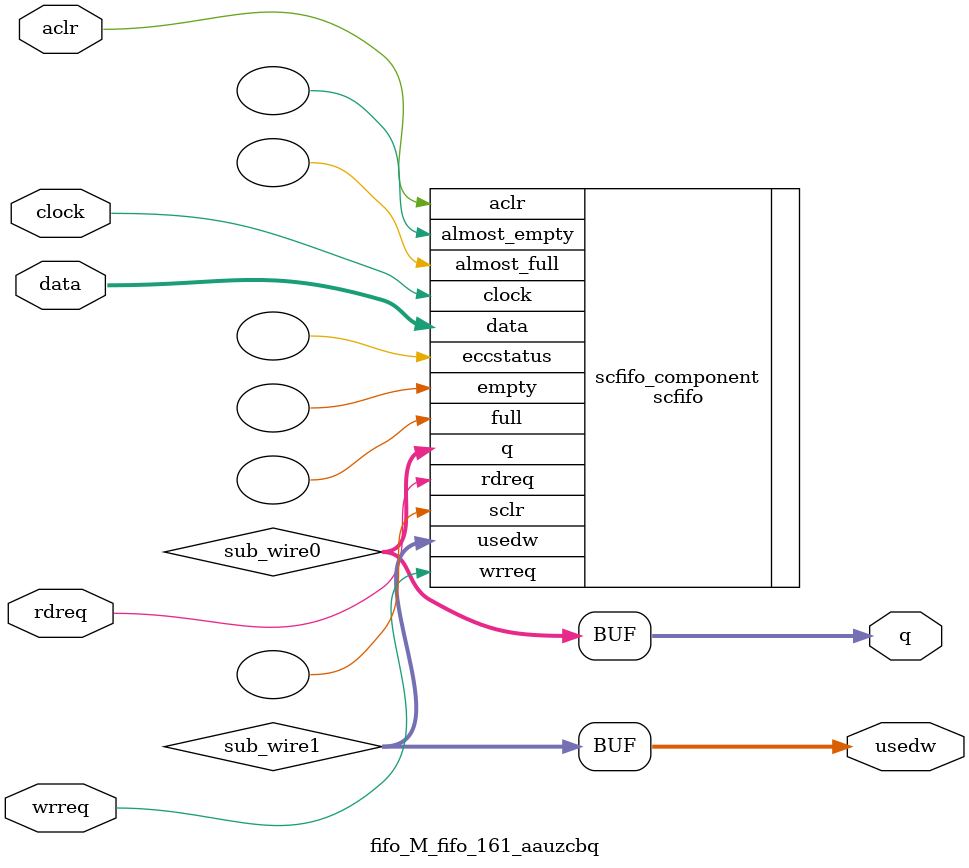
<source format=v>



`timescale 1 ps / 1 ps
// synopsys translate_on
module  fifo_M_fifo_161_aauzcbq  (
    aclr,
    clock,
    data,
    rdreq,
    wrreq,
    q,
    usedw);

    input    aclr;
    input    clock;
    input  [31:0]  data;
    input    rdreq;
    input    wrreq;
    output [31:0]  q;
    output [11:0]  usedw;

    wire [31:0] sub_wire0;
    wire [11:0] sub_wire1;
    wire [31:0] q = sub_wire0[31:0];
    wire [11:0] usedw = sub_wire1[11:0];

    scfifo  scfifo_component (
                .aclr (aclr),
                .clock (clock),
                .data (data),
                .rdreq (rdreq),
                .wrreq (wrreq),
                .q (sub_wire0),
                .usedw (sub_wire1),
                .almost_empty (),
                .almost_full (),
                .eccstatus (),
                .empty (),
                .full (),
                .sclr ());
    defparam
        scfifo_component.add_ram_output_register  = "OFF",
        scfifo_component.enable_ecc  = "FALSE",
        scfifo_component.intended_device_family  = "Arria 10",
        scfifo_component.lpm_numwords  = 4096,
        scfifo_component.lpm_showahead  = "OFF",
        scfifo_component.lpm_type  = "scfifo",
        scfifo_component.lpm_width  = 32,
        scfifo_component.lpm_widthu  = 12,
        scfifo_component.overflow_checking  = "ON",
        scfifo_component.underflow_checking  = "ON",
        scfifo_component.use_eab  = "ON";


endmodule



</source>
